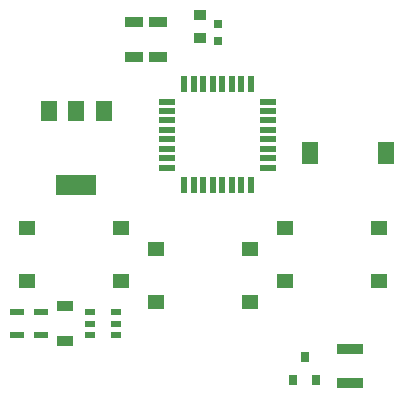
<source format=gbp>
G04 #@! TF.FileFunction,Paste,Bot*
%FSLAX46Y46*%
G04 Gerber Fmt 4.6, Leading zero omitted, Abs format (unit mm)*
G04 Created by KiCad (PCBNEW 4.0.7) date Sun May 27 13:06:25 2018*
%MOMM*%
%LPD*%
G01*
G04 APERTURE LIST*
%ADD10C,0.100000*%
%ADD11R,1.530000X0.810000*%
%ADD12R,1.125000X0.900000*%
%ADD13R,1.440000X0.900000*%
%ADD14R,0.675000X0.720000*%
%ADD15R,2.250000X0.810000*%
%ADD16R,1.350000X1.980000*%
%ADD17R,0.720000X0.810000*%
%ADD18R,1.170000X0.630000*%
%ADD19R,1.440000X0.495000*%
%ADD20R,0.495000X1.440000*%
%ADD21R,0.954000X0.585000*%
%ADD22R,3.420000X1.800000*%
%ADD23R,1.350000X1.800000*%
%ADD24R,1.395000X1.170000*%
G04 APERTURE END LIST*
D10*
D11*
X133858000Y-92096000D03*
X133858000Y-94996000D03*
D12*
X139446000Y-93456000D03*
X139446000Y-91456000D03*
D13*
X128016000Y-116102000D03*
X128016000Y-119102000D03*
D14*
X140970000Y-92214000D03*
X140970000Y-93714000D03*
D15*
X152146000Y-122608000D03*
X152146000Y-119708000D03*
D16*
X148794000Y-103124000D03*
X155194000Y-103124000D03*
D17*
X149286000Y-122412000D03*
X147386000Y-122412000D03*
X148336000Y-120412000D03*
D11*
X135890000Y-92096000D03*
X135890000Y-94996000D03*
D18*
X125984000Y-116652000D03*
X125984000Y-118552000D03*
X123952000Y-118552000D03*
X123952000Y-116652000D03*
D19*
X136720000Y-104400000D03*
X136720000Y-103600000D03*
X136720000Y-102800000D03*
X136720000Y-102000000D03*
X136720000Y-101200000D03*
X136720000Y-100400000D03*
X136720000Y-99600000D03*
X136720000Y-98800000D03*
D20*
X138170000Y-97350000D03*
X138970000Y-97350000D03*
X139770000Y-97350000D03*
X140570000Y-97350000D03*
X141370000Y-97350000D03*
X142170000Y-97350000D03*
X142970000Y-97350000D03*
X143770000Y-97350000D03*
D19*
X145220000Y-98800000D03*
X145220000Y-99600000D03*
X145220000Y-100400000D03*
X145220000Y-101200000D03*
X145220000Y-102000000D03*
X145220000Y-102800000D03*
X145220000Y-103600000D03*
X145220000Y-104400000D03*
D20*
X143770000Y-105850000D03*
X142970000Y-105850000D03*
X142170000Y-105850000D03*
X141370000Y-105850000D03*
X140570000Y-105850000D03*
X139770000Y-105850000D03*
X138970000Y-105850000D03*
X138170000Y-105850000D03*
D21*
X132334000Y-116652000D03*
X132334000Y-117602000D03*
X132334000Y-118552000D03*
X130134000Y-118552000D03*
X130134000Y-116652000D03*
X130134000Y-117602000D03*
D22*
X129018000Y-105868000D03*
D23*
X129018000Y-99568000D03*
X131318000Y-99568000D03*
X126718000Y-99568000D03*
D24*
X124798000Y-109510000D03*
X124798000Y-114010000D03*
X132758000Y-114010000D03*
X132758000Y-109510000D03*
X135720000Y-111288000D03*
X135720000Y-115788000D03*
X143680000Y-115788000D03*
X143680000Y-111288000D03*
X146642000Y-109510000D03*
X146642000Y-114010000D03*
X154602000Y-114010000D03*
X154602000Y-109510000D03*
M02*

</source>
